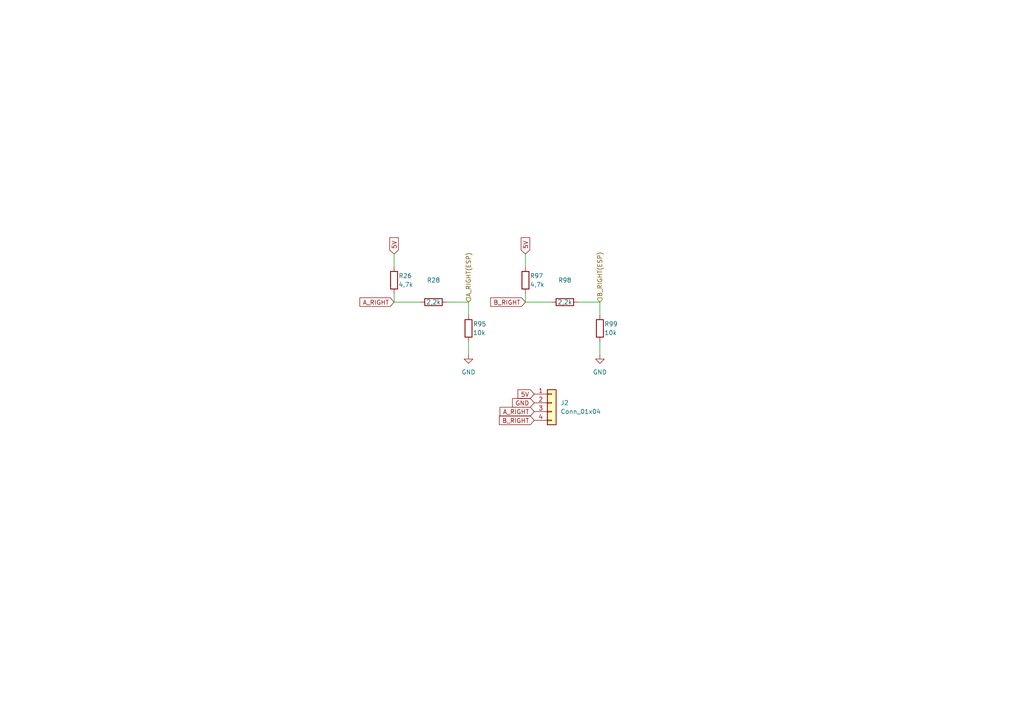
<source format=kicad_sch>
(kicad_sch (version 20230121) (generator eeschema)

  (uuid 748de521-c616-489d-91ba-4f2e48e8770b)

  (paper "A4")

  (title_block
    (rev "1")
  )

  (lib_symbols
    (symbol "Connector_Generic:Conn_01x04" (pin_names (offset 1.016) hide) (in_bom yes) (on_board yes)
      (property "Reference" "J" (at 0 5.08 0)
        (effects (font (size 1.27 1.27)))
      )
      (property "Value" "Conn_01x04" (at 0 -7.62 0)
        (effects (font (size 1.27 1.27)))
      )
      (property "Footprint" "" (at 0 0 0)
        (effects (font (size 1.27 1.27)) hide)
      )
      (property "Datasheet" "~" (at 0 0 0)
        (effects (font (size 1.27 1.27)) hide)
      )
      (property "ki_keywords" "connector" (at 0 0 0)
        (effects (font (size 1.27 1.27)) hide)
      )
      (property "ki_description" "Generic connector, single row, 01x04, script generated (kicad-library-utils/schlib/autogen/connector/)" (at 0 0 0)
        (effects (font (size 1.27 1.27)) hide)
      )
      (property "ki_fp_filters" "Connector*:*_1x??_*" (at 0 0 0)
        (effects (font (size 1.27 1.27)) hide)
      )
      (symbol "Conn_01x04_1_1"
        (rectangle (start -1.27 -4.953) (end 0 -5.207)
          (stroke (width 0.1524) (type default))
          (fill (type none))
        )
        (rectangle (start -1.27 -2.413) (end 0 -2.667)
          (stroke (width 0.1524) (type default))
          (fill (type none))
        )
        (rectangle (start -1.27 0.127) (end 0 -0.127)
          (stroke (width 0.1524) (type default))
          (fill (type none))
        )
        (rectangle (start -1.27 2.667) (end 0 2.413)
          (stroke (width 0.1524) (type default))
          (fill (type none))
        )
        (rectangle (start -1.27 3.81) (end 1.27 -6.35)
          (stroke (width 0.254) (type default))
          (fill (type background))
        )
        (pin passive line (at -5.08 2.54 0) (length 3.81)
          (name "Pin_1" (effects (font (size 1.27 1.27))))
          (number "1" (effects (font (size 1.27 1.27))))
        )
        (pin passive line (at -5.08 0 0) (length 3.81)
          (name "Pin_2" (effects (font (size 1.27 1.27))))
          (number "2" (effects (font (size 1.27 1.27))))
        )
        (pin passive line (at -5.08 -2.54 0) (length 3.81)
          (name "Pin_3" (effects (font (size 1.27 1.27))))
          (number "3" (effects (font (size 1.27 1.27))))
        )
        (pin passive line (at -5.08 -5.08 0) (length 3.81)
          (name "Pin_4" (effects (font (size 1.27 1.27))))
          (number "4" (effects (font (size 1.27 1.27))))
        )
      )
    )
    (symbol "Device:R" (pin_numbers hide) (pin_names (offset 0)) (in_bom yes) (on_board yes)
      (property "Reference" "R" (at 2.032 0 90)
        (effects (font (size 1.27 1.27)))
      )
      (property "Value" "R" (at 0 0 90)
        (effects (font (size 1.27 1.27)))
      )
      (property "Footprint" "" (at -1.778 0 90)
        (effects (font (size 1.27 1.27)) hide)
      )
      (property "Datasheet" "~" (at 0 0 0)
        (effects (font (size 1.27 1.27)) hide)
      )
      (property "ki_keywords" "R res resistor" (at 0 0 0)
        (effects (font (size 1.27 1.27)) hide)
      )
      (property "ki_description" "Resistor" (at 0 0 0)
        (effects (font (size 1.27 1.27)) hide)
      )
      (property "ki_fp_filters" "R_*" (at 0 0 0)
        (effects (font (size 1.27 1.27)) hide)
      )
      (symbol "R_0_1"
        (rectangle (start -1.016 -2.54) (end 1.016 2.54)
          (stroke (width 0.254) (type default))
          (fill (type none))
        )
      )
      (symbol "R_1_1"
        (pin passive line (at 0 3.81 270) (length 1.27)
          (name "~" (effects (font (size 1.27 1.27))))
          (number "1" (effects (font (size 1.27 1.27))))
        )
        (pin passive line (at 0 -3.81 90) (length 1.27)
          (name "~" (effects (font (size 1.27 1.27))))
          (number "2" (effects (font (size 1.27 1.27))))
        )
      )
    )
    (symbol "power:GND" (power) (pin_names (offset 0)) (in_bom yes) (on_board yes)
      (property "Reference" "#PWR" (at 0 -6.35 0)
        (effects (font (size 1.27 1.27)) hide)
      )
      (property "Value" "GND" (at 0 -3.81 0)
        (effects (font (size 1.27 1.27)))
      )
      (property "Footprint" "" (at 0 0 0)
        (effects (font (size 1.27 1.27)) hide)
      )
      (property "Datasheet" "" (at 0 0 0)
        (effects (font (size 1.27 1.27)) hide)
      )
      (property "ki_keywords" "global power" (at 0 0 0)
        (effects (font (size 1.27 1.27)) hide)
      )
      (property "ki_description" "Power symbol creates a global label with name \"GND\" , ground" (at 0 0 0)
        (effects (font (size 1.27 1.27)) hide)
      )
      (symbol "GND_0_1"
        (polyline
          (pts
            (xy 0 0)
            (xy 0 -1.27)
            (xy 1.27 -1.27)
            (xy 0 -2.54)
            (xy -1.27 -1.27)
            (xy 0 -1.27)
          )
          (stroke (width 0) (type default))
          (fill (type none))
        )
      )
      (symbol "GND_1_1"
        (pin power_in line (at 0 0 270) (length 0) hide
          (name "GND" (effects (font (size 1.27 1.27))))
          (number "1" (effects (font (size 1.27 1.27))))
        )
      )
    )
  )


  (wire (pts (xy 114.3 73.66) (xy 114.3 77.47))
    (stroke (width 0) (type default))
    (uuid 0443fb02-a255-42e7-8488-ebb7752c09a9)
  )
  (wire (pts (xy 173.99 87.63) (xy 173.99 91.44))
    (stroke (width 0) (type default))
    (uuid 04de106c-3fb7-43c9-aab3-64a99f56ea0e)
  )
  (wire (pts (xy 152.4 87.63) (xy 160.02 87.63))
    (stroke (width 0) (type default))
    (uuid 1d63a295-ab06-4090-a474-ec6b1ae4cc40)
  )
  (wire (pts (xy 152.4 85.09) (xy 152.4 87.63))
    (stroke (width 0) (type default))
    (uuid 30cc6037-563c-4a08-b69b-26aa62553d9e)
  )
  (wire (pts (xy 129.54 87.63) (xy 135.89 87.63))
    (stroke (width 0) (type default))
    (uuid 6faf81ed-16ad-48f1-abad-20999fb6f3fc)
  )
  (wire (pts (xy 152.4 73.66) (xy 152.4 77.47))
    (stroke (width 0) (type default))
    (uuid 71e61cae-b9b5-40d0-8a28-111b71ff1ad0)
  )
  (wire (pts (xy 135.89 99.06) (xy 135.89 102.87))
    (stroke (width 0) (type default))
    (uuid 7ab17615-c5c4-4dc8-8e4d-621e57ffcff5)
  )
  (wire (pts (xy 114.3 87.63) (xy 121.92 87.63))
    (stroke (width 0) (type default))
    (uuid 928de737-5d48-4020-8a52-def68426a3a2)
  )
  (wire (pts (xy 167.64 87.63) (xy 173.99 87.63))
    (stroke (width 0) (type default))
    (uuid a15667a0-b4b2-4201-b669-9050ea63ad20)
  )
  (wire (pts (xy 135.89 87.63) (xy 135.89 91.44))
    (stroke (width 0) (type default))
    (uuid db2c68a1-4f78-42be-a6c5-46a1d4915b9c)
  )
  (wire (pts (xy 114.3 85.09) (xy 114.3 87.63))
    (stroke (width 0) (type default))
    (uuid ea1533cd-1aa1-4d9c-8b4d-f622b81c60c5)
  )
  (wire (pts (xy 173.99 99.06) (xy 173.99 102.87))
    (stroke (width 0) (type default))
    (uuid fb602e5d-79f5-4b50-a639-6ff97d02a581)
  )

  (global_label "A_RIGHT" (shape input) (at 154.94 119.38 180) (fields_autoplaced)
    (effects (font (size 1.27 1.27)) (justify right))
    (uuid 0e79fe52-1396-4f3c-9cc4-ad232c11e7ec)
    (property "Intersheetrefs" "${INTERSHEET_REFS}" (at 144.4557 119.38 0)
      (effects (font (size 1.27 1.27)) (justify right) hide)
    )
  )
  (global_label "5V" (shape input) (at 152.4 73.66 90) (fields_autoplaced)
    (effects (font (size 1.27 1.27)) (justify left))
    (uuid 1c2cd18f-41fa-4dfb-95f5-a8d57fdc5b82)
    (property "Intersheetrefs" "${INTERSHEET_REFS}" (at 152.4 68.3767 90)
      (effects (font (size 1.27 1.27)) (justify left) hide)
    )
  )
  (global_label "5V" (shape input) (at 114.3 73.66 90) (fields_autoplaced)
    (effects (font (size 1.27 1.27)) (justify left))
    (uuid 8b29737c-9534-4a6f-a10b-33664ae34f17)
    (property "Intersheetrefs" "${INTERSHEET_REFS}" (at 114.3 68.3767 90)
      (effects (font (size 1.27 1.27)) (justify left) hide)
    )
  )
  (global_label "B_RIGHT" (shape input) (at 154.94 121.92 180) (fields_autoplaced)
    (effects (font (size 1.27 1.27)) (justify right))
    (uuid bc3c0ac9-5f38-4a22-b2fa-fdf81d693434)
    (property "Intersheetrefs" "${INTERSHEET_REFS}" (at 144.2743 121.92 0)
      (effects (font (size 1.27 1.27)) (justify right) hide)
    )
  )
  (global_label "GND" (shape input) (at 154.94 116.84 180) (fields_autoplaced)
    (effects (font (size 1.27 1.27)) (justify right))
    (uuid c27021c4-27ca-43db-a8cf-c3256bf596b5)
    (property "Intersheetrefs" "${INTERSHEET_REFS}" (at 148.0843 116.84 0)
      (effects (font (size 1.27 1.27)) (justify right) hide)
    )
  )
  (global_label "B_RIGHT" (shape input) (at 152.4 87.63 180) (fields_autoplaced)
    (effects (font (size 1.27 1.27)) (justify right))
    (uuid ce6af158-90c5-4b0f-bee5-ed7382a81349)
    (property "Intersheetrefs" "${INTERSHEET_REFS}" (at 141.7343 87.63 0)
      (effects (font (size 1.27 1.27)) (justify right) hide)
    )
  )
  (global_label "5V" (shape input) (at 154.94 114.3 180) (fields_autoplaced)
    (effects (font (size 1.27 1.27)) (justify right))
    (uuid e09fdc90-179d-4c48-8238-e683a0b48766)
    (property "Intersheetrefs" "${INTERSHEET_REFS}" (at 149.6567 114.3 0)
      (effects (font (size 1.27 1.27)) (justify right) hide)
    )
  )
  (global_label "A_RIGHT" (shape input) (at 114.3 87.63 180) (fields_autoplaced)
    (effects (font (size 1.27 1.27)) (justify right))
    (uuid fb89df03-4af2-41fe-a186-117558577312)
    (property "Intersheetrefs" "${INTERSHEET_REFS}" (at 103.8157 87.63 0)
      (effects (font (size 1.27 1.27)) (justify right) hide)
    )
  )

  (hierarchical_label "A_RIGHT(ESP)" (shape input) (at 135.89 87.63 90) (fields_autoplaced)
    (effects (font (size 1.27 1.27)) (justify left))
    (uuid 80ba469e-ff62-476d-866a-2aefee6aaaad)
  )
  (hierarchical_label "B_RIGHT(ESP)" (shape input) (at 173.99 87.63 90) (fields_autoplaced)
    (effects (font (size 1.27 1.27)) (justify left))
    (uuid 89ee4896-762b-486a-a939-4c94752131cb)
  )

  (symbol (lib_id "Device:R") (at 135.89 95.25 180) (unit 1)
    (in_bom yes) (on_board yes) (dnp no)
    (uuid 021cd927-758a-4711-8900-8f930b0c49f1)
    (property "Reference" "R95" (at 137.16 93.98 0)
      (effects (font (size 1.27 1.27)) (justify right))
    )
    (property "Value" "10k" (at 137.16 96.52 0)
      (effects (font (size 1.27 1.27)) (justify right))
    )
    (property "Footprint" "Resistor_SMD:R_0603_1608Metric_Pad0.98x0.95mm_HandSolder" (at 137.668 95.25 90)
      (effects (font (size 1.27 1.27)) hide)
    )
    (property "Datasheet" "~" (at 135.89 95.25 0)
      (effects (font (size 1.27 1.27)) hide)
    )
    (pin "1" (uuid f089bb51-19ef-4db1-bfb7-1ce1c647c184))
    (pin "2" (uuid f7165b93-6b52-463e-adf6-fd8abca3b3b5))
    (instances
      (project "fred_v3"
        (path "/210292b2-d6ba-424c-bd40-e4a2be18eb8d/b54a5b77-6097-4562-9836-27b2c01ae506/5cdf7880-e3fa-482c-80b2-fdd5eafd5cc8"
          (reference "R95") (unit 1)
        )
        (path "/210292b2-d6ba-424c-bd40-e4a2be18eb8d/b54a5b77-6097-4562-9836-27b2c01ae506"
          (reference "R102") (unit 1)
        )
        (path "/210292b2-d6ba-424c-bd40-e4a2be18eb8d/b54a5b77-6097-4562-9836-27b2c01ae506/7541bf76-dbd0-4635-9ab7-22cb5614de00"
          (reference "R102") (unit 1)
        )
      )
    )
  )

  (symbol (lib_id "Connector_Generic:Conn_01x04") (at 160.02 116.84 0) (unit 1)
    (in_bom yes) (on_board yes) (dnp no) (fields_autoplaced)
    (uuid 27b177cb-e19d-4eb7-96f0-99ad0631565a)
    (property "Reference" "J2" (at 162.56 116.84 0)
      (effects (font (size 1.27 1.27)) (justify left))
    )
    (property "Value" "Conn_01x04" (at 162.56 119.38 0)
      (effects (font (size 1.27 1.27)) (justify left))
    )
    (property "Footprint" "Connector_JST:JST_EH_S4B-EH_1x04_P2.50mm_Horizontal" (at 160.02 116.84 0)
      (effects (font (size 1.27 1.27)) hide)
    )
    (property "Datasheet" "~" (at 160.02 116.84 0)
      (effects (font (size 1.27 1.27)) hide)
    )
    (pin "1" (uuid c17ff56e-8969-4ac7-82af-4ec3787c515f))
    (pin "2" (uuid f136e4cf-f240-43da-a435-6477f6df721c))
    (pin "3" (uuid 6ea09ab8-b4ba-4c4c-a4cd-6873ed794c2b))
    (pin "4" (uuid 3d21a40d-31d6-4a84-8dd9-59dc39df5706))
    (instances
      (project "fred_v3"
        (path "/210292b2-d6ba-424c-bd40-e4a2be18eb8d/b54a5b77-6097-4562-9836-27b2c01ae506/5cdf7880-e3fa-482c-80b2-fdd5eafd5cc8"
          (reference "J2") (unit 1)
        )
        (path "/210292b2-d6ba-424c-bd40-e4a2be18eb8d/b54a5b77-6097-4562-9836-27b2c01ae506"
          (reference "J3") (unit 1)
        )
        (path "/210292b2-d6ba-424c-bd40-e4a2be18eb8d/b54a5b77-6097-4562-9836-27b2c01ae506/7541bf76-dbd0-4635-9ab7-22cb5614de00"
          (reference "J3") (unit 1)
        )
      )
    )
  )

  (symbol (lib_id "Device:R") (at 152.4 81.28 180) (unit 1)
    (in_bom yes) (on_board yes) (dnp no)
    (uuid 4c6429fe-9e50-400c-84c0-b343436bd348)
    (property "Reference" "R97" (at 153.67 80.01 0)
      (effects (font (size 1.27 1.27)) (justify right))
    )
    (property "Value" "4,7k" (at 153.67 82.55 0)
      (effects (font (size 1.27 1.27)) (justify right))
    )
    (property "Footprint" "Resistor_SMD:R_0603_1608Metric_Pad0.98x0.95mm_HandSolder" (at 154.178 81.28 90)
      (effects (font (size 1.27 1.27)) hide)
    )
    (property "Datasheet" "~" (at 152.4 81.28 0)
      (effects (font (size 1.27 1.27)) hide)
    )
    (pin "1" (uuid b09187a7-407f-46a7-8c60-ad3ee3a4e06f))
    (pin "2" (uuid aa4f0d2d-7a3c-4657-94ee-e7c07dd4d55d))
    (instances
      (project "fred_v3"
        (path "/210292b2-d6ba-424c-bd40-e4a2be18eb8d/b54a5b77-6097-4562-9836-27b2c01ae506/5cdf7880-e3fa-482c-80b2-fdd5eafd5cc8"
          (reference "R97") (unit 1)
        )
        (path "/210292b2-d6ba-424c-bd40-e4a2be18eb8d/b54a5b77-6097-4562-9836-27b2c01ae506"
          (reference "R103") (unit 1)
        )
        (path "/210292b2-d6ba-424c-bd40-e4a2be18eb8d/b54a5b77-6097-4562-9836-27b2c01ae506/7541bf76-dbd0-4635-9ab7-22cb5614de00"
          (reference "R103") (unit 1)
        )
      )
    )
  )

  (symbol (lib_id "Device:R") (at 114.3 81.28 180) (unit 1)
    (in_bom yes) (on_board yes) (dnp no)
    (uuid 7565ff28-3eac-4672-b6ca-42578b4e6c3a)
    (property "Reference" "R26" (at 115.57 80.01 0)
      (effects (font (size 1.27 1.27)) (justify right))
    )
    (property "Value" "4,7k" (at 115.57 82.55 0)
      (effects (font (size 1.27 1.27)) (justify right))
    )
    (property "Footprint" "Resistor_SMD:R_0603_1608Metric_Pad0.98x0.95mm_HandSolder" (at 116.078 81.28 90)
      (effects (font (size 1.27 1.27)) hide)
    )
    (property "Datasheet" "~" (at 114.3 81.28 0)
      (effects (font (size 1.27 1.27)) hide)
    )
    (pin "1" (uuid 27b6520d-a6d0-4de2-a174-89b131ca16e2))
    (pin "2" (uuid 276327f0-8a1d-4169-8499-6ce0dee70806))
    (instances
      (project "fred_v3"
        (path "/210292b2-d6ba-424c-bd40-e4a2be18eb8d/b54a5b77-6097-4562-9836-27b2c01ae506/5cdf7880-e3fa-482c-80b2-fdd5eafd5cc8"
          (reference "R26") (unit 1)
        )
        (path "/210292b2-d6ba-424c-bd40-e4a2be18eb8d/b54a5b77-6097-4562-9836-27b2c01ae506"
          (reference "R100") (unit 1)
        )
        (path "/210292b2-d6ba-424c-bd40-e4a2be18eb8d/b54a5b77-6097-4562-9836-27b2c01ae506/7541bf76-dbd0-4635-9ab7-22cb5614de00"
          (reference "R100") (unit 1)
        )
      )
    )
  )

  (symbol (lib_id "power:GND") (at 173.99 102.87 0) (unit 1)
    (in_bom yes) (on_board yes) (dnp no) (fields_autoplaced)
    (uuid 8b9e54d4-3ceb-4e0c-b4fb-a00a6b131ae0)
    (property "Reference" "#PWR064" (at 173.99 109.22 0)
      (effects (font (size 1.27 1.27)) hide)
    )
    (property "Value" "GND" (at 173.99 107.95 0)
      (effects (font (size 1.27 1.27)))
    )
    (property "Footprint" "" (at 173.99 102.87 0)
      (effects (font (size 1.27 1.27)) hide)
    )
    (property "Datasheet" "" (at 173.99 102.87 0)
      (effects (font (size 1.27 1.27)) hide)
    )
    (pin "1" (uuid 06c9dea3-3628-44bd-8b1a-3b55dbf805f6))
    (instances
      (project "fred_v3"
        (path "/210292b2-d6ba-424c-bd40-e4a2be18eb8d/b54a5b77-6097-4562-9836-27b2c01ae506/5cdf7880-e3fa-482c-80b2-fdd5eafd5cc8"
          (reference "#PWR064") (unit 1)
        )
        (path "/210292b2-d6ba-424c-bd40-e4a2be18eb8d/b54a5b77-6097-4562-9836-27b2c01ae506"
          (reference "#PWR0135") (unit 1)
        )
        (path "/210292b2-d6ba-424c-bd40-e4a2be18eb8d/b54a5b77-6097-4562-9836-27b2c01ae506/7541bf76-dbd0-4635-9ab7-22cb5614de00"
          (reference "#PWR0135") (unit 1)
        )
      )
    )
  )

  (symbol (lib_id "Device:R") (at 125.73 87.63 90) (unit 1)
    (in_bom yes) (on_board yes) (dnp no)
    (uuid 8caee37d-8e10-4674-af2d-949607fc74f8)
    (property "Reference" "R28" (at 125.73 81.28 90)
      (effects (font (size 1.27 1.27)))
    )
    (property "Value" "2,2k" (at 125.73 87.63 90)
      (effects (font (size 1.27 1.27)))
    )
    (property "Footprint" "Resistor_SMD:R_0603_1608Metric_Pad0.98x0.95mm_HandSolder" (at 125.73 89.408 90)
      (effects (font (size 1.27 1.27)) hide)
    )
    (property "Datasheet" "~" (at 125.73 87.63 0)
      (effects (font (size 1.27 1.27)) hide)
    )
    (pin "1" (uuid 04ee047a-0002-4661-a502-9fde380be8b1))
    (pin "2" (uuid a2b158ea-923c-430f-a0fd-98cb3c284e86))
    (instances
      (project "fred_v3"
        (path "/210292b2-d6ba-424c-bd40-e4a2be18eb8d/b54a5b77-6097-4562-9836-27b2c01ae506/5cdf7880-e3fa-482c-80b2-fdd5eafd5cc8"
          (reference "R28") (unit 1)
        )
        (path "/210292b2-d6ba-424c-bd40-e4a2be18eb8d/b54a5b77-6097-4562-9836-27b2c01ae506"
          (reference "R101") (unit 1)
        )
        (path "/210292b2-d6ba-424c-bd40-e4a2be18eb8d/b54a5b77-6097-4562-9836-27b2c01ae506/7541bf76-dbd0-4635-9ab7-22cb5614de00"
          (reference "R101") (unit 1)
        )
      )
    )
  )

  (symbol (lib_id "Device:R") (at 163.83 87.63 90) (unit 1)
    (in_bom yes) (on_board yes) (dnp no)
    (uuid 96757b2b-eda8-4062-b555-e39fc809c020)
    (property "Reference" "R98" (at 163.83 81.28 90)
      (effects (font (size 1.27 1.27)))
    )
    (property "Value" "2,2k" (at 163.83 87.63 90)
      (effects (font (size 1.27 1.27)))
    )
    (property "Footprint" "Resistor_SMD:R_0603_1608Metric_Pad0.98x0.95mm_HandSolder" (at 163.83 89.408 90)
      (effects (font (size 1.27 1.27)) hide)
    )
    (property "Datasheet" "~" (at 163.83 87.63 0)
      (effects (font (size 1.27 1.27)) hide)
    )
    (pin "1" (uuid c59a6341-9df7-4f81-9941-5a54ae8d65e4))
    (pin "2" (uuid 9cc6c6b2-2d50-4565-9c83-a3f1ef7f96ed))
    (instances
      (project "fred_v3"
        (path "/210292b2-d6ba-424c-bd40-e4a2be18eb8d/b54a5b77-6097-4562-9836-27b2c01ae506/5cdf7880-e3fa-482c-80b2-fdd5eafd5cc8"
          (reference "R98") (unit 1)
        )
        (path "/210292b2-d6ba-424c-bd40-e4a2be18eb8d/b54a5b77-6097-4562-9836-27b2c01ae506"
          (reference "R104") (unit 1)
        )
        (path "/210292b2-d6ba-424c-bd40-e4a2be18eb8d/b54a5b77-6097-4562-9836-27b2c01ae506/7541bf76-dbd0-4635-9ab7-22cb5614de00"
          (reference "R104") (unit 1)
        )
      )
    )
  )

  (symbol (lib_id "Device:R") (at 173.99 95.25 180) (unit 1)
    (in_bom yes) (on_board yes) (dnp no)
    (uuid f1121975-7531-4cd4-ac13-757157d02ccd)
    (property "Reference" "R99" (at 175.26 93.98 0)
      (effects (font (size 1.27 1.27)) (justify right))
    )
    (property "Value" "10k" (at 175.26 96.52 0)
      (effects (font (size 1.27 1.27)) (justify right))
    )
    (property "Footprint" "Resistor_SMD:R_0603_1608Metric_Pad0.98x0.95mm_HandSolder" (at 175.768 95.25 90)
      (effects (font (size 1.27 1.27)) hide)
    )
    (property "Datasheet" "~" (at 173.99 95.25 0)
      (effects (font (size 1.27 1.27)) hide)
    )
    (pin "1" (uuid bde63f76-e711-410f-ad0e-f7091fb35bbd))
    (pin "2" (uuid cc46bd48-4c4c-43f5-be84-4d0a8ce2b9a6))
    (instances
      (project "fred_v3"
        (path "/210292b2-d6ba-424c-bd40-e4a2be18eb8d/b54a5b77-6097-4562-9836-27b2c01ae506/5cdf7880-e3fa-482c-80b2-fdd5eafd5cc8"
          (reference "R99") (unit 1)
        )
        (path "/210292b2-d6ba-424c-bd40-e4a2be18eb8d/b54a5b77-6097-4562-9836-27b2c01ae506"
          (reference "R105") (unit 1)
        )
        (path "/210292b2-d6ba-424c-bd40-e4a2be18eb8d/b54a5b77-6097-4562-9836-27b2c01ae506/7541bf76-dbd0-4635-9ab7-22cb5614de00"
          (reference "R105") (unit 1)
        )
      )
    )
  )

  (symbol (lib_id "power:GND") (at 135.89 102.87 0) (unit 1)
    (in_bom yes) (on_board yes) (dnp no) (fields_autoplaced)
    (uuid fb18d1d0-d613-4632-b100-5353ece87697)
    (property "Reference" "#PWR063" (at 135.89 109.22 0)
      (effects (font (size 1.27 1.27)) hide)
    )
    (property "Value" "GND" (at 135.89 107.95 0)
      (effects (font (size 1.27 1.27)))
    )
    (property "Footprint" "" (at 135.89 102.87 0)
      (effects (font (size 1.27 1.27)) hide)
    )
    (property "Datasheet" "" (at 135.89 102.87 0)
      (effects (font (size 1.27 1.27)) hide)
    )
    (pin "1" (uuid 61af8304-4d09-4032-9b9a-03fa743dfb8e))
    (instances
      (project "fred_v3"
        (path "/210292b2-d6ba-424c-bd40-e4a2be18eb8d/b54a5b77-6097-4562-9836-27b2c01ae506/5cdf7880-e3fa-482c-80b2-fdd5eafd5cc8"
          (reference "#PWR063") (unit 1)
        )
        (path "/210292b2-d6ba-424c-bd40-e4a2be18eb8d/b54a5b77-6097-4562-9836-27b2c01ae506"
          (reference "#PWR0134") (unit 1)
        )
        (path "/210292b2-d6ba-424c-bd40-e4a2be18eb8d/b54a5b77-6097-4562-9836-27b2c01ae506/7541bf76-dbd0-4635-9ab7-22cb5614de00"
          (reference "#PWR0134") (unit 1)
        )
      )
    )
  )
)

</source>
